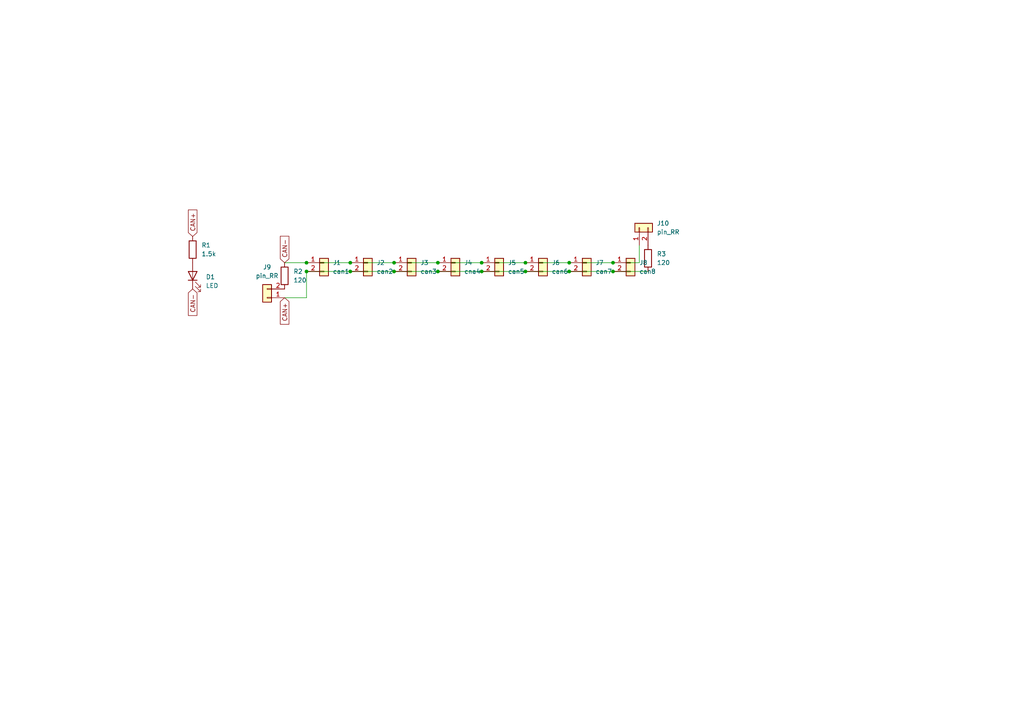
<source format=kicad_sch>
(kicad_sch (version 20230121) (generator eeschema)
  (paper "A4")
  (lib_symbols
    (symbol "Connector_Generic:Conn_01x02" (pin_names (offset 1.016) hide)
      (property "Reference" "J" (at 0 2.54 0))
      (property "Value" "Conn_01x02" (at 0 -5.08 0))
      (symbol "Conn_01x02_1_1"
        (rectangle (start -1.27 -2.413) (end 0 -2.667) (stroke (width 0.1524)))
        (rectangle (start -1.27 0.127) (end 0 -0.127) (stroke (width 0.1524)))
        (rectangle (start -1.27 1.27) (end 1.27 -3.81) (stroke (width 0.254)) (fill (type background)))
        (pin passive line (at -5.08 0 0) (length 3.81) (name "Pin_1") (number "1"))
        (pin passive line (at -5.08 -2.54 0) (length 3.81) (name "Pin_2") (number "2"))
      )
    )
    (symbol "Device:LED" (pin_numbers hide) (pin_names (offset 1.016) hide)
      (property "Reference" "D" (at 0 2.54 0))
      (property "Value" "LED" (at 0 -2.54 0))
      (symbol "LED_0_1"
        (polyline (pts (xy -1.27 -1.27) (xy -1.27 1.27)) (stroke (width 0.254)))
        (polyline (pts (xy -1.27 0) (xy 1.27 0)))
        (polyline (pts (xy 1.27 -1.27) (xy 1.27 1.27) (xy -1.27 0) (xy 1.27 -1.27)) (stroke (width 0.254)))
        (polyline (pts (xy -3.048 -0.762) (xy -4.572 -2.286) (xy -3.81 -2.286) (xy -4.572 -2.286) (xy -4.572 -1.524)))
        (polyline (pts (xy -1.778 -0.762) (xy -3.302 -2.286) (xy -2.54 -2.286) (xy -3.302 -2.286) (xy -3.302 -1.524)))
      )
      (symbol "LED_1_1"
        (pin passive line (at -3.81 0 0) (length 2.54) (name "K") (number "1"))
        (pin passive line (at 3.81 0 180) (length 2.54) (name "A") (number "2"))
      )
    )
    (symbol "Device:R" (pin_numbers hide) (pin_names (offset 0))
      (property "Reference" "R" (at 2.032 0 90))
      (property "Value" "R" (at 0 0 90))
      (symbol "R_0_1"
        (rectangle (start -1.016 -2.54) (end 1.016 2.54) (stroke (width 0.254)))
      )
      (symbol "R_1_1"
        (pin passive line (at 0 3.81 270) (length 1.27) (name "~") (number "1"))
        (pin passive line (at 0 -3.81 90) (length 1.27) (name "~") (number "2"))
      )
    )
  )
  (junction (at 177.8 76.2))
  (junction (at 177.8 78.74))
  (junction (at 127 78.74))
  (junction (at 88.9 76.2))
  (junction (at 139.7 76.2))
  (junction (at 114.3 76.2))
  (junction (at 152.4 78.74))
  (junction (at 165.1 78.74))
  (junction (at 88.9 78.74))
  (junction (at 139.7 78.74))
  (junction (at 101.6 78.74))
  (junction (at 152.4 76.2))
  (junction (at 127 76.2))
  (junction (at 101.6 76.2))
  (junction (at 114.3 78.74))
  (junction (at 165.1 76.2))
  (wire (pts (xy 185.42 76.2) (xy 177.8 76.2)))
  (wire (pts (xy 88.9 86.36) (xy 88.9 78.74)))
  (wire (pts (xy 152.4 78.74) (xy 165.1 78.74)))
  (wire (pts (xy 139.7 76.2) (xy 152.4 76.2)))
  (wire (pts (xy 127 78.74) (xy 139.7 78.74)))
  (wire (pts (xy 185.42 71.12) (xy 185.42 76.2)))
  (wire (pts (xy 165.1 78.74) (xy 177.8 78.74)))
  (wire (pts (xy 152.4 76.2) (xy 165.1 76.2)))
  (wire (pts (xy 177.8 78.74) (xy 187.96 78.74)))
  (wire (pts (xy 114.3 76.2) (xy 127 76.2)))
  (wire (pts (xy 101.6 78.74) (xy 114.3 78.74)))
  (wire (pts (xy 139.7 78.74) (xy 152.4 78.74)))
  (wire (pts (xy 82.55 76.2) (xy 88.9 76.2)))
  (wire (pts (xy 82.55 86.36) (xy 88.9 86.36)))
  (wire (pts (xy 88.9 76.2) (xy 101.6 76.2)))
  (wire (pts (xy 101.6 76.2) (xy 114.3 76.2)))
  (wire (pts (xy 165.1 76.2) (xy 177.8 76.2)))
  (wire (pts (xy 114.3 78.74) (xy 127 78.74)))
  (wire (pts (xy 88.9 78.74) (xy 101.6 78.74)))
  (wire (pts (xy 127 76.2) (xy 139.7 76.2)))
  (global_label "CAN+" (shape input) (at 82.55 86.36 270) (property "Intersheetrefs" "${INTERSHEET_REFS}" (effects hide)))
  (global_label "CAN-" (shape input) (at 82.55 76.2 90) (property "Intersheetrefs" "${INTERSHEET_REFS}" (effects hide)))
  (global_label "CAN-" (shape input) (at 55.88 83.82 270) (property "Intersheetrefs" "${INTERSHEET_REFS}" (effects hide)))
  (global_label "CAN+" (shape input) (at 55.88 68.58 90) (property "Intersheetrefs" "${INTERSHEET_REFS}" (effects hide)))
  (symbol (lib_id "Connector_Generic:Conn_01x02") (at 170.18 76.2 0) (unit 1)
    (property "Reference" "J7" (at 172.72 76.2 0) (effects (justify left)))
    (property "Value" "can7" (at 172.72 78.74 0) (effects (justify left)))
    (property "Footprint" "Connector_JST:JST_GH_SM02B-GHS-TB_1x02-1MP_P1.25mm_Horizontal" (effects hide))
  )
  (symbol (lib_id "Connector_Generic:Conn_01x02") (at 144.78 76.2 0) (unit 1)
    (property "Reference" "J5" (at 147.32 76.2 0) (effects (justify left)))
    (property "Value" "can5" (at 147.32 78.74 0) (effects (justify left)))
    (property "Footprint" "Connector_JST:JST_GH_SM02B-GHS-TB_1x02-1MP_P1.25mm_Horizontal" (effects hide))
  )
  (symbol (lib_id "Device:R") (at 55.88 72.39 0) (unit 1)
    (property "Reference" "R1" (at 58.42 71.12 0) (effects (justify left)))
    (property "Value" "1.5k" (at 58.42 73.66 0) (effects (justify left)))
    (property "Footprint" "Resistor_SMD:R_0805_2012Metric_Pad1.20x1.40mm_HandSolder" (effects hide))
  )
  (symbol (lib_id "Connector_Generic:Conn_01x02") (at 132.08 76.2 0) (unit 1)
    (property "Reference" "J4" (at 134.62 76.2 0) (effects (justify left)))
    (property "Value" "cna4" (at 134.62 78.74 0) (effects (justify left)))
    (property "Footprint" "Connector_JST:JST_GH_SM02B-GHS-TB_1x02-1MP_P1.25mm_Horizontal" (effects hide))
  )
  (symbol (lib_id "Connector_Generic:Conn_01x02") (at 182.88 76.2 0) (unit 1)
    (property "Reference" "J8" (at 185.42 76.2 0) (effects (justify left)))
    (property "Value" "can8" (at 185.42 78.74 0) (effects (justify left)))
    (property "Footprint" "Connector_JST:JST_GH_SM02B-GHS-TB_1x02-1MP_P1.25mm_Horizontal" (effects hide))
  )
  (symbol (lib_id "Device:R") (at 82.55 80.01 0) (unit 1)
    (property "Reference" "R2" (at 85.09 78.74 0) (effects (justify left)))
    (property "Value" "120" (at 85.09 81.28 0) (effects (justify left)))
    (property "Footprint" "Resistor_SMD:R_0805_2012Metric_Pad1.20x1.40mm_HandSolder" (effects hide))
  )
  (symbol (lib_id "Device:LED") (at 55.88 80.01 90) (unit 1)
    (property "Reference" "D1" (at 59.69 80.3275 90) (effects (justify right)))
    (property "Value" "LED" (at 59.69 82.8675 90) (effects (justify right)))
    (property "Footprint" "LED_SMD:LED_0603_1608Metric_Pad1.05x0.95mm_HandSolder" (effects hide))
  )
  (symbol (lib_id "Connector_Generic:Conn_01x02") (at 185.42 66.04 90) (unit 1)
    (property "Reference" "J10" (at 190.5 64.77 90) (effects (justify right)))
    (property "Value" "pin_RR" (at 190.5 67.31 90) (effects (justify right)))
    (property "Footprint" "Connector_PinSocket_2.54mm:PinSocket_1x02_P2.54mm_Vertical" (effects hide))
  )
  (symbol (lib_id "Connector_Generic:Conn_01x02") (at 119.38 76.2 0) (unit 1)
    (property "Reference" "J3" (at 121.92 76.2 0) (effects (justify left)))
    (property "Value" "can3" (at 121.92 78.74 0) (effects (justify left)))
    (property "Footprint" "Connector_JST:JST_GH_SM02B-GHS-TB_1x02-1MP_P1.25mm_Horizontal" (effects hide))
  )
  (symbol (lib_id "Connector_Generic:Conn_01x02") (at 157.48 76.2 0) (unit 1)
    (property "Reference" "J6" (at 160.02 76.2 0) (effects (justify left)))
    (property "Value" "can6" (at 160.02 78.74 0) (effects (justify left)))
    (property "Footprint" "Connector_JST:JST_GH_SM02B-GHS-TB_1x02-1MP_P1.25mm_Horizontal" (effects hide))
  )
  (symbol (lib_id "Connector_Generic:Conn_01x02") (at 93.98 76.2 0) (unit 1)
    (property "Reference" "J1" (at 96.52 76.2 0) (effects (justify left)))
    (property "Value" "can1" (at 96.52 78.74 0) (effects (justify left)))
    (property "Footprint" "Connector_JST:JST_GH_SM02B-GHS-TB_1x02-1MP_P1.25mm_Horizontal" (effects hide))
  )
  (symbol (lib_id "Connector_Generic:Conn_01x02") (at 77.47 86.36 180) (unit 1)
    (property "Reference" "J9" (at 77.47 77.47 0))
    (property "Value" "pin_RR" (at 77.47 80.01 0))
    (property "Footprint" "Connector_PinSocket_2.54mm:PinSocket_1x02_P2.54mm_Vertical" (effects hide))
  )
  (symbol (lib_id "Connector_Generic:Conn_01x02") (at 106.68 76.2 0) (unit 1)
    (property "Reference" "J2" (at 109.22 76.2 0) (effects (justify left)))
    (property "Value" "can2" (at 109.22 78.74 0) (effects (justify left)))
    (property "Footprint" "Connector_JST:JST_GH_SM02B-GHS-TB_1x02-1MP_P1.25mm_Horizontal" (effects hide))
  )
  (symbol (lib_id "Device:R") (at 187.96 74.93 0) (unit 1)
    (property "Reference" "R3" (at 190.5 73.66 0) (effects (justify left)))
    (property "Value" "120" (at 190.5 76.2 0) (effects (justify left)))
    (property "Footprint" "Resistor_SMD:R_0805_2012Metric" (effects hide))
  )
)
</source>
